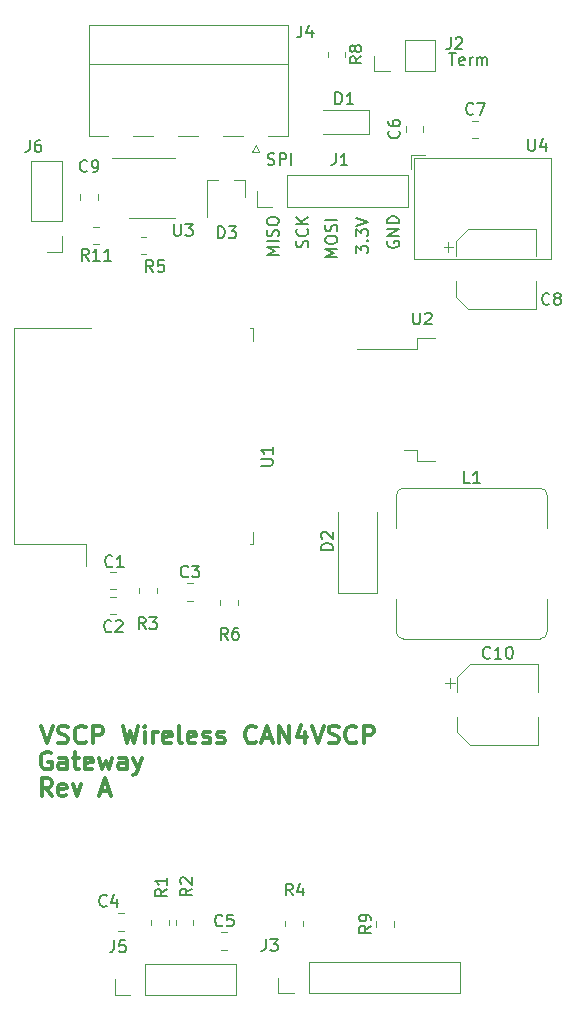
<source format=gbr>
%TF.GenerationSoftware,KiCad,Pcbnew,6.0.2+dfsg-1*%
%TF.CreationDate,2022-09-01T21:00:32+02:00*%
%TF.ProjectId,vscp-din-esp32-can-z102,76736370-2d64-4696-9e2d-65737033322d,rev?*%
%TF.SameCoordinates,Original*%
%TF.FileFunction,Legend,Top*%
%TF.FilePolarity,Positive*%
%FSLAX46Y46*%
G04 Gerber Fmt 4.6, Leading zero omitted, Abs format (unit mm)*
G04 Created by KiCad (PCBNEW 6.0.2+dfsg-1) date 2022-09-01 21:00:32*
%MOMM*%
%LPD*%
G01*
G04 APERTURE LIST*
%ADD10C,0.200000*%
%ADD11C,0.300000*%
%ADD12C,0.150000*%
%ADD13C,0.120000*%
G04 APERTURE END LIST*
D10*
X152150000Y-85511904D02*
X152102380Y-85607142D01*
X152102380Y-85750000D01*
X152150000Y-85892857D01*
X152245238Y-85988095D01*
X152340476Y-86035714D01*
X152530952Y-86083333D01*
X152673809Y-86083333D01*
X152864285Y-86035714D01*
X152959523Y-85988095D01*
X153054761Y-85892857D01*
X153102380Y-85750000D01*
X153102380Y-85654761D01*
X153054761Y-85511904D01*
X153007142Y-85464285D01*
X152673809Y-85464285D01*
X152673809Y-85654761D01*
X153102380Y-85035714D02*
X152102380Y-85035714D01*
X153102380Y-84464285D01*
X152102380Y-84464285D01*
X153102380Y-83988095D02*
X152102380Y-83988095D01*
X152102380Y-83750000D01*
X152150000Y-83607142D01*
X152245238Y-83511904D01*
X152340476Y-83464285D01*
X152530952Y-83416666D01*
X152673809Y-83416666D01*
X152864285Y-83464285D01*
X152959523Y-83511904D01*
X153054761Y-83607142D01*
X153102380Y-83750000D01*
X153102380Y-83988095D01*
X149452380Y-86526190D02*
X149452380Y-85907142D01*
X149833333Y-86240476D01*
X149833333Y-86097619D01*
X149880952Y-86002380D01*
X149928571Y-85954761D01*
X150023809Y-85907142D01*
X150261904Y-85907142D01*
X150357142Y-85954761D01*
X150404761Y-86002380D01*
X150452380Y-86097619D01*
X150452380Y-86383333D01*
X150404761Y-86478571D01*
X150357142Y-86526190D01*
X150357142Y-85478571D02*
X150404761Y-85430952D01*
X150452380Y-85478571D01*
X150404761Y-85526190D01*
X150357142Y-85478571D01*
X150452380Y-85478571D01*
X149452380Y-85097619D02*
X149452380Y-84478571D01*
X149833333Y-84811904D01*
X149833333Y-84669047D01*
X149880952Y-84573809D01*
X149928571Y-84526190D01*
X150023809Y-84478571D01*
X150261904Y-84478571D01*
X150357142Y-84526190D01*
X150404761Y-84573809D01*
X150452380Y-84669047D01*
X150452380Y-84954761D01*
X150404761Y-85050000D01*
X150357142Y-85097619D01*
X149452380Y-84192857D02*
X150452380Y-83859523D01*
X149452380Y-83526190D01*
X147852380Y-86821428D02*
X146852380Y-86821428D01*
X147566666Y-86488095D01*
X146852380Y-86154761D01*
X147852380Y-86154761D01*
X146852380Y-85488095D02*
X146852380Y-85297619D01*
X146900000Y-85202380D01*
X146995238Y-85107142D01*
X147185714Y-85059523D01*
X147519047Y-85059523D01*
X147709523Y-85107142D01*
X147804761Y-85202380D01*
X147852380Y-85297619D01*
X147852380Y-85488095D01*
X147804761Y-85583333D01*
X147709523Y-85678571D01*
X147519047Y-85726190D01*
X147185714Y-85726190D01*
X146995238Y-85678571D01*
X146900000Y-85583333D01*
X146852380Y-85488095D01*
X147804761Y-84678571D02*
X147852380Y-84535714D01*
X147852380Y-84297619D01*
X147804761Y-84202380D01*
X147757142Y-84154761D01*
X147661904Y-84107142D01*
X147566666Y-84107142D01*
X147471428Y-84154761D01*
X147423809Y-84202380D01*
X147376190Y-84297619D01*
X147328571Y-84488095D01*
X147280952Y-84583333D01*
X147233333Y-84630952D01*
X147138095Y-84678571D01*
X147042857Y-84678571D01*
X146947619Y-84630952D01*
X146900000Y-84583333D01*
X146852380Y-84488095D01*
X146852380Y-84250000D01*
X146900000Y-84107142D01*
X147852380Y-83678571D02*
X146852380Y-83678571D01*
X145354761Y-86035714D02*
X145402380Y-85892857D01*
X145402380Y-85654761D01*
X145354761Y-85559523D01*
X145307142Y-85511904D01*
X145211904Y-85464285D01*
X145116666Y-85464285D01*
X145021428Y-85511904D01*
X144973809Y-85559523D01*
X144926190Y-85654761D01*
X144878571Y-85845238D01*
X144830952Y-85940476D01*
X144783333Y-85988095D01*
X144688095Y-86035714D01*
X144592857Y-86035714D01*
X144497619Y-85988095D01*
X144450000Y-85940476D01*
X144402380Y-85845238D01*
X144402380Y-85607142D01*
X144450000Y-85464285D01*
X145307142Y-84464285D02*
X145354761Y-84511904D01*
X145402380Y-84654761D01*
X145402380Y-84750000D01*
X145354761Y-84892857D01*
X145259523Y-84988095D01*
X145164285Y-85035714D01*
X144973809Y-85083333D01*
X144830952Y-85083333D01*
X144640476Y-85035714D01*
X144545238Y-84988095D01*
X144450000Y-84892857D01*
X144402380Y-84750000D01*
X144402380Y-84654761D01*
X144450000Y-84511904D01*
X144497619Y-84464285D01*
X145402380Y-84035714D02*
X144402380Y-84035714D01*
X145402380Y-83464285D02*
X144830952Y-83892857D01*
X144402380Y-83464285D02*
X144973809Y-84035714D01*
X142902380Y-86671428D02*
X141902380Y-86671428D01*
X142616666Y-86338095D01*
X141902380Y-86004761D01*
X142902380Y-86004761D01*
X142902380Y-85528571D02*
X141902380Y-85528571D01*
X142854761Y-85100000D02*
X142902380Y-84957142D01*
X142902380Y-84719047D01*
X142854761Y-84623809D01*
X142807142Y-84576190D01*
X142711904Y-84528571D01*
X142616666Y-84528571D01*
X142521428Y-84576190D01*
X142473809Y-84623809D01*
X142426190Y-84719047D01*
X142378571Y-84909523D01*
X142330952Y-85004761D01*
X142283333Y-85052380D01*
X142188095Y-85100000D01*
X142092857Y-85100000D01*
X141997619Y-85052380D01*
X141950000Y-85004761D01*
X141902380Y-84909523D01*
X141902380Y-84671428D01*
X141950000Y-84528571D01*
X141902380Y-83909523D02*
X141902380Y-83719047D01*
X141950000Y-83623809D01*
X142045238Y-83528571D01*
X142235714Y-83480952D01*
X142569047Y-83480952D01*
X142759523Y-83528571D01*
X142854761Y-83623809D01*
X142902380Y-83719047D01*
X142902380Y-83909523D01*
X142854761Y-84004761D01*
X142759523Y-84100000D01*
X142569047Y-84147619D01*
X142235714Y-84147619D01*
X142045238Y-84100000D01*
X141950000Y-84004761D01*
X141902380Y-83909523D01*
X141976190Y-79004761D02*
X142119047Y-79052380D01*
X142357142Y-79052380D01*
X142452380Y-79004761D01*
X142500000Y-78957142D01*
X142547619Y-78861904D01*
X142547619Y-78766666D01*
X142500000Y-78671428D01*
X142452380Y-78623809D01*
X142357142Y-78576190D01*
X142166666Y-78528571D01*
X142071428Y-78480952D01*
X142023809Y-78433333D01*
X141976190Y-78338095D01*
X141976190Y-78242857D01*
X142023809Y-78147619D01*
X142071428Y-78100000D01*
X142166666Y-78052380D01*
X142404761Y-78052380D01*
X142547619Y-78100000D01*
X142976190Y-79052380D02*
X142976190Y-78052380D01*
X143357142Y-78052380D01*
X143452380Y-78100000D01*
X143500000Y-78147619D01*
X143547619Y-78242857D01*
X143547619Y-78385714D01*
X143500000Y-78480952D01*
X143452380Y-78528571D01*
X143357142Y-78576190D01*
X142976190Y-78576190D01*
X143976190Y-79052380D02*
X143976190Y-78052380D01*
X157309523Y-69602380D02*
X157880952Y-69602380D01*
X157595238Y-70602380D02*
X157595238Y-69602380D01*
X158595238Y-70554761D02*
X158500000Y-70602380D01*
X158309523Y-70602380D01*
X158214285Y-70554761D01*
X158166666Y-70459523D01*
X158166666Y-70078571D01*
X158214285Y-69983333D01*
X158309523Y-69935714D01*
X158500000Y-69935714D01*
X158595238Y-69983333D01*
X158642857Y-70078571D01*
X158642857Y-70173809D01*
X158166666Y-70269047D01*
X159071428Y-70602380D02*
X159071428Y-69935714D01*
X159071428Y-70126190D02*
X159119047Y-70030952D01*
X159166666Y-69983333D01*
X159261904Y-69935714D01*
X159357142Y-69935714D01*
X159690476Y-70602380D02*
X159690476Y-69935714D01*
X159690476Y-70030952D02*
X159738095Y-69983333D01*
X159833333Y-69935714D01*
X159976190Y-69935714D01*
X160071428Y-69983333D01*
X160119047Y-70078571D01*
X160119047Y-70602380D01*
X160119047Y-70078571D02*
X160166666Y-69983333D01*
X160261904Y-69935714D01*
X160404761Y-69935714D01*
X160500000Y-69983333D01*
X160547619Y-70078571D01*
X160547619Y-70602380D01*
D11*
X123685714Y-132478571D02*
X123185714Y-131764285D01*
X122828571Y-132478571D02*
X122828571Y-130978571D01*
X123400000Y-130978571D01*
X123542857Y-131050000D01*
X123614285Y-131121428D01*
X123685714Y-131264285D01*
X123685714Y-131478571D01*
X123614285Y-131621428D01*
X123542857Y-131692857D01*
X123400000Y-131764285D01*
X122828571Y-131764285D01*
X124900000Y-132407142D02*
X124757142Y-132478571D01*
X124471428Y-132478571D01*
X124328571Y-132407142D01*
X124257142Y-132264285D01*
X124257142Y-131692857D01*
X124328571Y-131550000D01*
X124471428Y-131478571D01*
X124757142Y-131478571D01*
X124900000Y-131550000D01*
X124971428Y-131692857D01*
X124971428Y-131835714D01*
X124257142Y-131978571D01*
X125471428Y-131478571D02*
X125828571Y-132478571D01*
X126185714Y-131478571D01*
X127828571Y-132050000D02*
X128542857Y-132050000D01*
X127685714Y-132478571D02*
X128185714Y-130978571D01*
X128685714Y-132478571D01*
X123607142Y-128800000D02*
X123464285Y-128728571D01*
X123250000Y-128728571D01*
X123035714Y-128800000D01*
X122892857Y-128942857D01*
X122821428Y-129085714D01*
X122750000Y-129371428D01*
X122750000Y-129585714D01*
X122821428Y-129871428D01*
X122892857Y-130014285D01*
X123035714Y-130157142D01*
X123250000Y-130228571D01*
X123392857Y-130228571D01*
X123607142Y-130157142D01*
X123678571Y-130085714D01*
X123678571Y-129585714D01*
X123392857Y-129585714D01*
X124964285Y-130228571D02*
X124964285Y-129442857D01*
X124892857Y-129300000D01*
X124750000Y-129228571D01*
X124464285Y-129228571D01*
X124321428Y-129300000D01*
X124964285Y-130157142D02*
X124821428Y-130228571D01*
X124464285Y-130228571D01*
X124321428Y-130157142D01*
X124250000Y-130014285D01*
X124250000Y-129871428D01*
X124321428Y-129728571D01*
X124464285Y-129657142D01*
X124821428Y-129657142D01*
X124964285Y-129585714D01*
X125464285Y-129228571D02*
X126035714Y-129228571D01*
X125678571Y-128728571D02*
X125678571Y-130014285D01*
X125750000Y-130157142D01*
X125892857Y-130228571D01*
X126035714Y-130228571D01*
X127107142Y-130157142D02*
X126964285Y-130228571D01*
X126678571Y-130228571D01*
X126535714Y-130157142D01*
X126464285Y-130014285D01*
X126464285Y-129442857D01*
X126535714Y-129300000D01*
X126678571Y-129228571D01*
X126964285Y-129228571D01*
X127107142Y-129300000D01*
X127178571Y-129442857D01*
X127178571Y-129585714D01*
X126464285Y-129728571D01*
X127678571Y-129228571D02*
X127964285Y-130228571D01*
X128250000Y-129514285D01*
X128535714Y-130228571D01*
X128821428Y-129228571D01*
X130035714Y-130228571D02*
X130035714Y-129442857D01*
X129964285Y-129300000D01*
X129821428Y-129228571D01*
X129535714Y-129228571D01*
X129392857Y-129300000D01*
X130035714Y-130157142D02*
X129892857Y-130228571D01*
X129535714Y-130228571D01*
X129392857Y-130157142D01*
X129321428Y-130014285D01*
X129321428Y-129871428D01*
X129392857Y-129728571D01*
X129535714Y-129657142D01*
X129892857Y-129657142D01*
X130035714Y-129585714D01*
X130607142Y-129228571D02*
X130964285Y-130228571D01*
X131321428Y-129228571D02*
X130964285Y-130228571D01*
X130821428Y-130585714D01*
X130750000Y-130657142D01*
X130607142Y-130728571D01*
X122771428Y-126528571D02*
X123271428Y-128028571D01*
X123771428Y-126528571D01*
X124200000Y-127957142D02*
X124414285Y-128028571D01*
X124771428Y-128028571D01*
X124914285Y-127957142D01*
X124985714Y-127885714D01*
X125057142Y-127742857D01*
X125057142Y-127600000D01*
X124985714Y-127457142D01*
X124914285Y-127385714D01*
X124771428Y-127314285D01*
X124485714Y-127242857D01*
X124342857Y-127171428D01*
X124271428Y-127100000D01*
X124200000Y-126957142D01*
X124200000Y-126814285D01*
X124271428Y-126671428D01*
X124342857Y-126600000D01*
X124485714Y-126528571D01*
X124842857Y-126528571D01*
X125057142Y-126600000D01*
X126557142Y-127885714D02*
X126485714Y-127957142D01*
X126271428Y-128028571D01*
X126128571Y-128028571D01*
X125914285Y-127957142D01*
X125771428Y-127814285D01*
X125700000Y-127671428D01*
X125628571Y-127385714D01*
X125628571Y-127171428D01*
X125700000Y-126885714D01*
X125771428Y-126742857D01*
X125914285Y-126600000D01*
X126128571Y-126528571D01*
X126271428Y-126528571D01*
X126485714Y-126600000D01*
X126557142Y-126671428D01*
X127200000Y-128028571D02*
X127200000Y-126528571D01*
X127771428Y-126528571D01*
X127914285Y-126600000D01*
X127985714Y-126671428D01*
X128057142Y-126814285D01*
X128057142Y-127028571D01*
X127985714Y-127171428D01*
X127914285Y-127242857D01*
X127771428Y-127314285D01*
X127200000Y-127314285D01*
X129700000Y-126528571D02*
X130057142Y-128028571D01*
X130342857Y-126957142D01*
X130628571Y-128028571D01*
X130985714Y-126528571D01*
X131557142Y-128028571D02*
X131557142Y-127028571D01*
X131557142Y-126528571D02*
X131485714Y-126600000D01*
X131557142Y-126671428D01*
X131628571Y-126600000D01*
X131557142Y-126528571D01*
X131557142Y-126671428D01*
X132271428Y-128028571D02*
X132271428Y-127028571D01*
X132271428Y-127314285D02*
X132342857Y-127171428D01*
X132414285Y-127100000D01*
X132557142Y-127028571D01*
X132700000Y-127028571D01*
X133771428Y-127957142D02*
X133628571Y-128028571D01*
X133342857Y-128028571D01*
X133200000Y-127957142D01*
X133128571Y-127814285D01*
X133128571Y-127242857D01*
X133200000Y-127100000D01*
X133342857Y-127028571D01*
X133628571Y-127028571D01*
X133771428Y-127100000D01*
X133842857Y-127242857D01*
X133842857Y-127385714D01*
X133128571Y-127528571D01*
X134700000Y-128028571D02*
X134557142Y-127957142D01*
X134485714Y-127814285D01*
X134485714Y-126528571D01*
X135842857Y-127957142D02*
X135700000Y-128028571D01*
X135414285Y-128028571D01*
X135271428Y-127957142D01*
X135200000Y-127814285D01*
X135200000Y-127242857D01*
X135271428Y-127100000D01*
X135414285Y-127028571D01*
X135700000Y-127028571D01*
X135842857Y-127100000D01*
X135914285Y-127242857D01*
X135914285Y-127385714D01*
X135200000Y-127528571D01*
X136485714Y-127957142D02*
X136628571Y-128028571D01*
X136914285Y-128028571D01*
X137057142Y-127957142D01*
X137128571Y-127814285D01*
X137128571Y-127742857D01*
X137057142Y-127600000D01*
X136914285Y-127528571D01*
X136700000Y-127528571D01*
X136557142Y-127457142D01*
X136485714Y-127314285D01*
X136485714Y-127242857D01*
X136557142Y-127100000D01*
X136700000Y-127028571D01*
X136914285Y-127028571D01*
X137057142Y-127100000D01*
X137700000Y-127957142D02*
X137842857Y-128028571D01*
X138128571Y-128028571D01*
X138271428Y-127957142D01*
X138342857Y-127814285D01*
X138342857Y-127742857D01*
X138271428Y-127600000D01*
X138128571Y-127528571D01*
X137914285Y-127528571D01*
X137771428Y-127457142D01*
X137700000Y-127314285D01*
X137700000Y-127242857D01*
X137771428Y-127100000D01*
X137914285Y-127028571D01*
X138128571Y-127028571D01*
X138271428Y-127100000D01*
X140985714Y-127885714D02*
X140914285Y-127957142D01*
X140700000Y-128028571D01*
X140557142Y-128028571D01*
X140342857Y-127957142D01*
X140200000Y-127814285D01*
X140128571Y-127671428D01*
X140057142Y-127385714D01*
X140057142Y-127171428D01*
X140128571Y-126885714D01*
X140200000Y-126742857D01*
X140342857Y-126600000D01*
X140557142Y-126528571D01*
X140700000Y-126528571D01*
X140914285Y-126600000D01*
X140985714Y-126671428D01*
X141557142Y-127600000D02*
X142271428Y-127600000D01*
X141414285Y-128028571D02*
X141914285Y-126528571D01*
X142414285Y-128028571D01*
X142914285Y-128028571D02*
X142914285Y-126528571D01*
X143771428Y-128028571D01*
X143771428Y-126528571D01*
X145128571Y-127028571D02*
X145128571Y-128028571D01*
X144771428Y-126457142D02*
X144414285Y-127528571D01*
X145342857Y-127528571D01*
X145700000Y-126528571D02*
X146200000Y-128028571D01*
X146700000Y-126528571D01*
X147128571Y-127957142D02*
X147342857Y-128028571D01*
X147700000Y-128028571D01*
X147842857Y-127957142D01*
X147914285Y-127885714D01*
X147985714Y-127742857D01*
X147985714Y-127600000D01*
X147914285Y-127457142D01*
X147842857Y-127385714D01*
X147700000Y-127314285D01*
X147414285Y-127242857D01*
X147271428Y-127171428D01*
X147200000Y-127100000D01*
X147128571Y-126957142D01*
X147128571Y-126814285D01*
X147200000Y-126671428D01*
X147271428Y-126600000D01*
X147414285Y-126528571D01*
X147771428Y-126528571D01*
X147985714Y-126600000D01*
X149485714Y-127885714D02*
X149414285Y-127957142D01*
X149200000Y-128028571D01*
X149057142Y-128028571D01*
X148842857Y-127957142D01*
X148700000Y-127814285D01*
X148628571Y-127671428D01*
X148557142Y-127385714D01*
X148557142Y-127171428D01*
X148628571Y-126885714D01*
X148700000Y-126742857D01*
X148842857Y-126600000D01*
X149057142Y-126528571D01*
X149200000Y-126528571D01*
X149414285Y-126600000D01*
X149485714Y-126671428D01*
X150128571Y-128028571D02*
X150128571Y-126528571D01*
X150700000Y-126528571D01*
X150842857Y-126600000D01*
X150914285Y-126671428D01*
X150985714Y-126814285D01*
X150985714Y-127028571D01*
X150914285Y-127171428D01*
X150842857Y-127242857D01*
X150700000Y-127314285D01*
X150128571Y-127314285D01*
D12*
%TO.C,J1*%
X147721666Y-78052380D02*
X147721666Y-78766666D01*
X147674047Y-78909523D01*
X147578809Y-79004761D01*
X147435952Y-79052380D01*
X147340714Y-79052380D01*
X148721666Y-79052380D02*
X148150238Y-79052380D01*
X148435952Y-79052380D02*
X148435952Y-78052380D01*
X148340714Y-78195238D01*
X148245476Y-78290476D01*
X148150238Y-78338095D01*
%TO.C,U1*%
X141402380Y-104511904D02*
X142211904Y-104511904D01*
X142307142Y-104464285D01*
X142354761Y-104416666D01*
X142402380Y-104321428D01*
X142402380Y-104130952D01*
X142354761Y-104035714D01*
X142307142Y-103988095D01*
X142211904Y-103940476D01*
X141402380Y-103940476D01*
X142402380Y-102940476D02*
X142402380Y-103511904D01*
X142402380Y-103226190D02*
X141402380Y-103226190D01*
X141545238Y-103321428D01*
X141640476Y-103416666D01*
X141688095Y-103511904D01*
%TO.C,C6*%
X153077142Y-76166666D02*
X153124761Y-76214285D01*
X153172380Y-76357142D01*
X153172380Y-76452380D01*
X153124761Y-76595238D01*
X153029523Y-76690476D01*
X152934285Y-76738095D01*
X152743809Y-76785714D01*
X152600952Y-76785714D01*
X152410476Y-76738095D01*
X152315238Y-76690476D01*
X152220000Y-76595238D01*
X152172380Y-76452380D01*
X152172380Y-76357142D01*
X152220000Y-76214285D01*
X152267619Y-76166666D01*
X152172380Y-75309523D02*
X152172380Y-75500000D01*
X152220000Y-75595238D01*
X152267619Y-75642857D01*
X152410476Y-75738095D01*
X152600952Y-75785714D01*
X152981904Y-75785714D01*
X153077142Y-75738095D01*
X153124761Y-75690476D01*
X153172380Y-75595238D01*
X153172380Y-75404761D01*
X153124761Y-75309523D01*
X153077142Y-75261904D01*
X152981904Y-75214285D01*
X152743809Y-75214285D01*
X152648571Y-75261904D01*
X152600952Y-75309523D01*
X152553333Y-75404761D01*
X152553333Y-75595238D01*
X152600952Y-75690476D01*
X152648571Y-75738095D01*
X152743809Y-75785714D01*
%TO.C,C7*%
X159383333Y-74707142D02*
X159335714Y-74754761D01*
X159192857Y-74802380D01*
X159097619Y-74802380D01*
X158954761Y-74754761D01*
X158859523Y-74659523D01*
X158811904Y-74564285D01*
X158764285Y-74373809D01*
X158764285Y-74230952D01*
X158811904Y-74040476D01*
X158859523Y-73945238D01*
X158954761Y-73850000D01*
X159097619Y-73802380D01*
X159192857Y-73802380D01*
X159335714Y-73850000D01*
X159383333Y-73897619D01*
X159716666Y-73802380D02*
X160383333Y-73802380D01*
X159954761Y-74802380D01*
%TO.C,R9*%
X150702380Y-143479166D02*
X150226190Y-143812500D01*
X150702380Y-144050595D02*
X149702380Y-144050595D01*
X149702380Y-143669642D01*
X149750000Y-143574404D01*
X149797619Y-143526785D01*
X149892857Y-143479166D01*
X150035714Y-143479166D01*
X150130952Y-143526785D01*
X150178571Y-143574404D01*
X150226190Y-143669642D01*
X150226190Y-144050595D01*
X150702380Y-143002976D02*
X150702380Y-142812500D01*
X150654761Y-142717261D01*
X150607142Y-142669642D01*
X150464285Y-142574404D01*
X150273809Y-142526785D01*
X149892857Y-142526785D01*
X149797619Y-142574404D01*
X149750000Y-142622023D01*
X149702380Y-142717261D01*
X149702380Y-142907738D01*
X149750000Y-143002976D01*
X149797619Y-143050595D01*
X149892857Y-143098214D01*
X150130952Y-143098214D01*
X150226190Y-143050595D01*
X150273809Y-143002976D01*
X150321428Y-142907738D01*
X150321428Y-142717261D01*
X150273809Y-142622023D01*
X150226190Y-142574404D01*
X150130952Y-142526785D01*
%TO.C,R8*%
X149902380Y-69866666D02*
X149426190Y-70200000D01*
X149902380Y-70438095D02*
X148902380Y-70438095D01*
X148902380Y-70057142D01*
X148950000Y-69961904D01*
X148997619Y-69914285D01*
X149092857Y-69866666D01*
X149235714Y-69866666D01*
X149330952Y-69914285D01*
X149378571Y-69961904D01*
X149426190Y-70057142D01*
X149426190Y-70438095D01*
X149330952Y-69295238D02*
X149283333Y-69390476D01*
X149235714Y-69438095D01*
X149140476Y-69485714D01*
X149092857Y-69485714D01*
X148997619Y-69438095D01*
X148950000Y-69390476D01*
X148902380Y-69295238D01*
X148902380Y-69104761D01*
X148950000Y-69009523D01*
X148997619Y-68961904D01*
X149092857Y-68914285D01*
X149140476Y-68914285D01*
X149235714Y-68961904D01*
X149283333Y-69009523D01*
X149330952Y-69104761D01*
X149330952Y-69295238D01*
X149378571Y-69390476D01*
X149426190Y-69438095D01*
X149521428Y-69485714D01*
X149711904Y-69485714D01*
X149807142Y-69438095D01*
X149854761Y-69390476D01*
X149902380Y-69295238D01*
X149902380Y-69104761D01*
X149854761Y-69009523D01*
X149807142Y-68961904D01*
X149711904Y-68914285D01*
X149521428Y-68914285D01*
X149426190Y-68961904D01*
X149378571Y-69009523D01*
X149330952Y-69104761D01*
%TO.C,R6*%
X138583333Y-119252380D02*
X138250000Y-118776190D01*
X138011904Y-119252380D02*
X138011904Y-118252380D01*
X138392857Y-118252380D01*
X138488095Y-118300000D01*
X138535714Y-118347619D01*
X138583333Y-118442857D01*
X138583333Y-118585714D01*
X138535714Y-118680952D01*
X138488095Y-118728571D01*
X138392857Y-118776190D01*
X138011904Y-118776190D01*
X139440476Y-118252380D02*
X139250000Y-118252380D01*
X139154761Y-118300000D01*
X139107142Y-118347619D01*
X139011904Y-118490476D01*
X138964285Y-118680952D01*
X138964285Y-119061904D01*
X139011904Y-119157142D01*
X139059523Y-119204761D01*
X139154761Y-119252380D01*
X139345238Y-119252380D01*
X139440476Y-119204761D01*
X139488095Y-119157142D01*
X139535714Y-119061904D01*
X139535714Y-118823809D01*
X139488095Y-118728571D01*
X139440476Y-118680952D01*
X139345238Y-118633333D01*
X139154761Y-118633333D01*
X139059523Y-118680952D01*
X139011904Y-118728571D01*
X138964285Y-118823809D01*
%TO.C,R5*%
X132283333Y-88102380D02*
X131950000Y-87626190D01*
X131711904Y-88102380D02*
X131711904Y-87102380D01*
X132092857Y-87102380D01*
X132188095Y-87150000D01*
X132235714Y-87197619D01*
X132283333Y-87292857D01*
X132283333Y-87435714D01*
X132235714Y-87530952D01*
X132188095Y-87578571D01*
X132092857Y-87626190D01*
X131711904Y-87626190D01*
X133188095Y-87102380D02*
X132711904Y-87102380D01*
X132664285Y-87578571D01*
X132711904Y-87530952D01*
X132807142Y-87483333D01*
X133045238Y-87483333D01*
X133140476Y-87530952D01*
X133188095Y-87578571D01*
X133235714Y-87673809D01*
X133235714Y-87911904D01*
X133188095Y-88007142D01*
X133140476Y-88054761D01*
X133045238Y-88102380D01*
X132807142Y-88102380D01*
X132711904Y-88054761D01*
X132664285Y-88007142D01*
%TO.C,R4*%
X144083333Y-140902380D02*
X143750000Y-140426190D01*
X143511904Y-140902380D02*
X143511904Y-139902380D01*
X143892857Y-139902380D01*
X143988095Y-139950000D01*
X144035714Y-139997619D01*
X144083333Y-140092857D01*
X144083333Y-140235714D01*
X144035714Y-140330952D01*
X143988095Y-140378571D01*
X143892857Y-140426190D01*
X143511904Y-140426190D01*
X144940476Y-140235714D02*
X144940476Y-140902380D01*
X144702380Y-139854761D02*
X144464285Y-140569047D01*
X145083333Y-140569047D01*
%TO.C,R3*%
X131633333Y-118352380D02*
X131300000Y-117876190D01*
X131061904Y-118352380D02*
X131061904Y-117352380D01*
X131442857Y-117352380D01*
X131538095Y-117400000D01*
X131585714Y-117447619D01*
X131633333Y-117542857D01*
X131633333Y-117685714D01*
X131585714Y-117780952D01*
X131538095Y-117828571D01*
X131442857Y-117876190D01*
X131061904Y-117876190D01*
X131966666Y-117352380D02*
X132585714Y-117352380D01*
X132252380Y-117733333D01*
X132395238Y-117733333D01*
X132490476Y-117780952D01*
X132538095Y-117828571D01*
X132585714Y-117923809D01*
X132585714Y-118161904D01*
X132538095Y-118257142D01*
X132490476Y-118304761D01*
X132395238Y-118352380D01*
X132109523Y-118352380D01*
X132014285Y-118304761D01*
X131966666Y-118257142D01*
%TO.C,R2*%
X135552380Y-140316666D02*
X135076190Y-140650000D01*
X135552380Y-140888095D02*
X134552380Y-140888095D01*
X134552380Y-140507142D01*
X134600000Y-140411904D01*
X134647619Y-140364285D01*
X134742857Y-140316666D01*
X134885714Y-140316666D01*
X134980952Y-140364285D01*
X135028571Y-140411904D01*
X135076190Y-140507142D01*
X135076190Y-140888095D01*
X134647619Y-139935714D02*
X134600000Y-139888095D01*
X134552380Y-139792857D01*
X134552380Y-139554761D01*
X134600000Y-139459523D01*
X134647619Y-139411904D01*
X134742857Y-139364285D01*
X134838095Y-139364285D01*
X134980952Y-139411904D01*
X135552380Y-139983333D01*
X135552380Y-139364285D01*
%TO.C,R1*%
X133452380Y-140366666D02*
X132976190Y-140700000D01*
X133452380Y-140938095D02*
X132452380Y-140938095D01*
X132452380Y-140557142D01*
X132500000Y-140461904D01*
X132547619Y-140414285D01*
X132642857Y-140366666D01*
X132785714Y-140366666D01*
X132880952Y-140414285D01*
X132928571Y-140461904D01*
X132976190Y-140557142D01*
X132976190Y-140938095D01*
X133452380Y-139414285D02*
X133452380Y-139985714D01*
X133452380Y-139700000D02*
X132452380Y-139700000D01*
X132595238Y-139795238D01*
X132690476Y-139890476D01*
X132738095Y-139985714D01*
%TO.C,D3*%
X137761904Y-85252380D02*
X137761904Y-84252380D01*
X138000000Y-84252380D01*
X138142857Y-84300000D01*
X138238095Y-84395238D01*
X138285714Y-84490476D01*
X138333333Y-84680952D01*
X138333333Y-84823809D01*
X138285714Y-85014285D01*
X138238095Y-85109523D01*
X138142857Y-85204761D01*
X138000000Y-85252380D01*
X137761904Y-85252380D01*
X138666666Y-84252380D02*
X139285714Y-84252380D01*
X138952380Y-84633333D01*
X139095238Y-84633333D01*
X139190476Y-84680952D01*
X139238095Y-84728571D01*
X139285714Y-84823809D01*
X139285714Y-85061904D01*
X139238095Y-85157142D01*
X139190476Y-85204761D01*
X139095238Y-85252380D01*
X138809523Y-85252380D01*
X138714285Y-85204761D01*
X138666666Y-85157142D01*
%TO.C,C9*%
X126683333Y-79557142D02*
X126635714Y-79604761D01*
X126492857Y-79652380D01*
X126397619Y-79652380D01*
X126254761Y-79604761D01*
X126159523Y-79509523D01*
X126111904Y-79414285D01*
X126064285Y-79223809D01*
X126064285Y-79080952D01*
X126111904Y-78890476D01*
X126159523Y-78795238D01*
X126254761Y-78700000D01*
X126397619Y-78652380D01*
X126492857Y-78652380D01*
X126635714Y-78700000D01*
X126683333Y-78747619D01*
X127159523Y-79652380D02*
X127350000Y-79652380D01*
X127445238Y-79604761D01*
X127492857Y-79557142D01*
X127588095Y-79414285D01*
X127635714Y-79223809D01*
X127635714Y-78842857D01*
X127588095Y-78747619D01*
X127540476Y-78700000D01*
X127445238Y-78652380D01*
X127254761Y-78652380D01*
X127159523Y-78700000D01*
X127111904Y-78747619D01*
X127064285Y-78842857D01*
X127064285Y-79080952D01*
X127111904Y-79176190D01*
X127159523Y-79223809D01*
X127254761Y-79271428D01*
X127445238Y-79271428D01*
X127540476Y-79223809D01*
X127588095Y-79176190D01*
X127635714Y-79080952D01*
%TO.C,C5*%
X138133333Y-143427142D02*
X138085714Y-143474761D01*
X137942857Y-143522380D01*
X137847619Y-143522380D01*
X137704761Y-143474761D01*
X137609523Y-143379523D01*
X137561904Y-143284285D01*
X137514285Y-143093809D01*
X137514285Y-142950952D01*
X137561904Y-142760476D01*
X137609523Y-142665238D01*
X137704761Y-142570000D01*
X137847619Y-142522380D01*
X137942857Y-142522380D01*
X138085714Y-142570000D01*
X138133333Y-142617619D01*
X139038095Y-142522380D02*
X138561904Y-142522380D01*
X138514285Y-142998571D01*
X138561904Y-142950952D01*
X138657142Y-142903333D01*
X138895238Y-142903333D01*
X138990476Y-142950952D01*
X139038095Y-142998571D01*
X139085714Y-143093809D01*
X139085714Y-143331904D01*
X139038095Y-143427142D01*
X138990476Y-143474761D01*
X138895238Y-143522380D01*
X138657142Y-143522380D01*
X138561904Y-143474761D01*
X138514285Y-143427142D01*
%TO.C,C4*%
X128333333Y-141757142D02*
X128285714Y-141804761D01*
X128142857Y-141852380D01*
X128047619Y-141852380D01*
X127904761Y-141804761D01*
X127809523Y-141709523D01*
X127761904Y-141614285D01*
X127714285Y-141423809D01*
X127714285Y-141280952D01*
X127761904Y-141090476D01*
X127809523Y-140995238D01*
X127904761Y-140900000D01*
X128047619Y-140852380D01*
X128142857Y-140852380D01*
X128285714Y-140900000D01*
X128333333Y-140947619D01*
X129190476Y-141185714D02*
X129190476Y-141852380D01*
X128952380Y-140804761D02*
X128714285Y-141519047D01*
X129333333Y-141519047D01*
%TO.C,C3*%
X135233333Y-113877142D02*
X135185714Y-113924761D01*
X135042857Y-113972380D01*
X134947619Y-113972380D01*
X134804761Y-113924761D01*
X134709523Y-113829523D01*
X134661904Y-113734285D01*
X134614285Y-113543809D01*
X134614285Y-113400952D01*
X134661904Y-113210476D01*
X134709523Y-113115238D01*
X134804761Y-113020000D01*
X134947619Y-112972380D01*
X135042857Y-112972380D01*
X135185714Y-113020000D01*
X135233333Y-113067619D01*
X135566666Y-112972380D02*
X136185714Y-112972380D01*
X135852380Y-113353333D01*
X135995238Y-113353333D01*
X136090476Y-113400952D01*
X136138095Y-113448571D01*
X136185714Y-113543809D01*
X136185714Y-113781904D01*
X136138095Y-113877142D01*
X136090476Y-113924761D01*
X135995238Y-113972380D01*
X135709523Y-113972380D01*
X135614285Y-113924761D01*
X135566666Y-113877142D01*
%TO.C,C1*%
X128833333Y-113007142D02*
X128785714Y-113054761D01*
X128642857Y-113102380D01*
X128547619Y-113102380D01*
X128404761Y-113054761D01*
X128309523Y-112959523D01*
X128261904Y-112864285D01*
X128214285Y-112673809D01*
X128214285Y-112530952D01*
X128261904Y-112340476D01*
X128309523Y-112245238D01*
X128404761Y-112150000D01*
X128547619Y-112102380D01*
X128642857Y-112102380D01*
X128785714Y-112150000D01*
X128833333Y-112197619D01*
X129785714Y-113102380D02*
X129214285Y-113102380D01*
X129500000Y-113102380D02*
X129500000Y-112102380D01*
X129404761Y-112245238D01*
X129309523Y-112340476D01*
X129214285Y-112388095D01*
%TO.C,C2*%
X128733333Y-118507142D02*
X128685714Y-118554761D01*
X128542857Y-118602380D01*
X128447619Y-118602380D01*
X128304761Y-118554761D01*
X128209523Y-118459523D01*
X128161904Y-118364285D01*
X128114285Y-118173809D01*
X128114285Y-118030952D01*
X128161904Y-117840476D01*
X128209523Y-117745238D01*
X128304761Y-117650000D01*
X128447619Y-117602380D01*
X128542857Y-117602380D01*
X128685714Y-117650000D01*
X128733333Y-117697619D01*
X129114285Y-117697619D02*
X129161904Y-117650000D01*
X129257142Y-117602380D01*
X129495238Y-117602380D01*
X129590476Y-117650000D01*
X129638095Y-117697619D01*
X129685714Y-117792857D01*
X129685714Y-117888095D01*
X129638095Y-118030952D01*
X129066666Y-118602380D01*
X129685714Y-118602380D01*
%TO.C,D2*%
X147502380Y-111638095D02*
X146502380Y-111638095D01*
X146502380Y-111400000D01*
X146550000Y-111257142D01*
X146645238Y-111161904D01*
X146740476Y-111114285D01*
X146930952Y-111066666D01*
X147073809Y-111066666D01*
X147264285Y-111114285D01*
X147359523Y-111161904D01*
X147454761Y-111257142D01*
X147502380Y-111400000D01*
X147502380Y-111638095D01*
X146597619Y-110685714D02*
X146550000Y-110638095D01*
X146502380Y-110542857D01*
X146502380Y-110304761D01*
X146550000Y-110209523D01*
X146597619Y-110161904D01*
X146692857Y-110114285D01*
X146788095Y-110114285D01*
X146930952Y-110161904D01*
X147502380Y-110733333D01*
X147502380Y-110114285D01*
%TO.C,J6*%
X121816666Y-76952380D02*
X121816666Y-77666666D01*
X121769047Y-77809523D01*
X121673809Y-77904761D01*
X121530952Y-77952380D01*
X121435714Y-77952380D01*
X122721428Y-76952380D02*
X122530952Y-76952380D01*
X122435714Y-77000000D01*
X122388095Y-77047619D01*
X122292857Y-77190476D01*
X122245238Y-77380952D01*
X122245238Y-77761904D01*
X122292857Y-77857142D01*
X122340476Y-77904761D01*
X122435714Y-77952380D01*
X122626190Y-77952380D01*
X122721428Y-77904761D01*
X122769047Y-77857142D01*
X122816666Y-77761904D01*
X122816666Y-77523809D01*
X122769047Y-77428571D01*
X122721428Y-77380952D01*
X122626190Y-77333333D01*
X122435714Y-77333333D01*
X122340476Y-77380952D01*
X122292857Y-77428571D01*
X122245238Y-77523809D01*
%TO.C,J5*%
X128966666Y-144702380D02*
X128966666Y-145416666D01*
X128919047Y-145559523D01*
X128823809Y-145654761D01*
X128680952Y-145702380D01*
X128585714Y-145702380D01*
X129919047Y-144702380D02*
X129442857Y-144702380D01*
X129395238Y-145178571D01*
X129442857Y-145130952D01*
X129538095Y-145083333D01*
X129776190Y-145083333D01*
X129871428Y-145130952D01*
X129919047Y-145178571D01*
X129966666Y-145273809D01*
X129966666Y-145511904D01*
X129919047Y-145607142D01*
X129871428Y-145654761D01*
X129776190Y-145702380D01*
X129538095Y-145702380D01*
X129442857Y-145654761D01*
X129395238Y-145607142D01*
%TO.C,C10*%
X160807142Y-120757142D02*
X160759523Y-120804761D01*
X160616666Y-120852380D01*
X160521428Y-120852380D01*
X160378571Y-120804761D01*
X160283333Y-120709523D01*
X160235714Y-120614285D01*
X160188095Y-120423809D01*
X160188095Y-120280952D01*
X160235714Y-120090476D01*
X160283333Y-119995238D01*
X160378571Y-119900000D01*
X160521428Y-119852380D01*
X160616666Y-119852380D01*
X160759523Y-119900000D01*
X160807142Y-119947619D01*
X161759523Y-120852380D02*
X161188095Y-120852380D01*
X161473809Y-120852380D02*
X161473809Y-119852380D01*
X161378571Y-119995238D01*
X161283333Y-120090476D01*
X161188095Y-120138095D01*
X162378571Y-119852380D02*
X162473809Y-119852380D01*
X162569047Y-119900000D01*
X162616666Y-119947619D01*
X162664285Y-120042857D01*
X162711904Y-120233333D01*
X162711904Y-120471428D01*
X162664285Y-120661904D01*
X162616666Y-120757142D01*
X162569047Y-120804761D01*
X162473809Y-120852380D01*
X162378571Y-120852380D01*
X162283333Y-120804761D01*
X162235714Y-120757142D01*
X162188095Y-120661904D01*
X162140476Y-120471428D01*
X162140476Y-120233333D01*
X162188095Y-120042857D01*
X162235714Y-119947619D01*
X162283333Y-119900000D01*
X162378571Y-119852380D01*
%TO.C,C8*%
X165833333Y-90807142D02*
X165785714Y-90854761D01*
X165642857Y-90902380D01*
X165547619Y-90902380D01*
X165404761Y-90854761D01*
X165309523Y-90759523D01*
X165261904Y-90664285D01*
X165214285Y-90473809D01*
X165214285Y-90330952D01*
X165261904Y-90140476D01*
X165309523Y-90045238D01*
X165404761Y-89950000D01*
X165547619Y-89902380D01*
X165642857Y-89902380D01*
X165785714Y-89950000D01*
X165833333Y-89997619D01*
X166404761Y-90330952D02*
X166309523Y-90283333D01*
X166261904Y-90235714D01*
X166214285Y-90140476D01*
X166214285Y-90092857D01*
X166261904Y-89997619D01*
X166309523Y-89950000D01*
X166404761Y-89902380D01*
X166595238Y-89902380D01*
X166690476Y-89950000D01*
X166738095Y-89997619D01*
X166785714Y-90092857D01*
X166785714Y-90140476D01*
X166738095Y-90235714D01*
X166690476Y-90283333D01*
X166595238Y-90330952D01*
X166404761Y-90330952D01*
X166309523Y-90378571D01*
X166261904Y-90426190D01*
X166214285Y-90521428D01*
X166214285Y-90711904D01*
X166261904Y-90807142D01*
X166309523Y-90854761D01*
X166404761Y-90902380D01*
X166595238Y-90902380D01*
X166690476Y-90854761D01*
X166738095Y-90807142D01*
X166785714Y-90711904D01*
X166785714Y-90521428D01*
X166738095Y-90426190D01*
X166690476Y-90378571D01*
X166595238Y-90330952D01*
%TO.C,U2*%
X154288095Y-91552380D02*
X154288095Y-92361904D01*
X154335714Y-92457142D01*
X154383333Y-92504761D01*
X154478571Y-92552380D01*
X154669047Y-92552380D01*
X154764285Y-92504761D01*
X154811904Y-92457142D01*
X154859523Y-92361904D01*
X154859523Y-91552380D01*
X155288095Y-91647619D02*
X155335714Y-91600000D01*
X155430952Y-91552380D01*
X155669047Y-91552380D01*
X155764285Y-91600000D01*
X155811904Y-91647619D01*
X155859523Y-91742857D01*
X155859523Y-91838095D01*
X155811904Y-91980952D01*
X155240476Y-92552380D01*
X155859523Y-92552380D01*
%TO.C,L1*%
X159083333Y-106002380D02*
X158607142Y-106002380D01*
X158607142Y-105002380D01*
X159940476Y-106002380D02*
X159369047Y-106002380D01*
X159654761Y-106002380D02*
X159654761Y-105002380D01*
X159559523Y-105145238D01*
X159464285Y-105240476D01*
X159369047Y-105288095D01*
%TO.C,D1*%
X147711904Y-73902380D02*
X147711904Y-72902380D01*
X147950000Y-72902380D01*
X148092857Y-72950000D01*
X148188095Y-73045238D01*
X148235714Y-73140476D01*
X148283333Y-73330952D01*
X148283333Y-73473809D01*
X148235714Y-73664285D01*
X148188095Y-73759523D01*
X148092857Y-73854761D01*
X147950000Y-73902380D01*
X147711904Y-73902380D01*
X149235714Y-73902380D02*
X148664285Y-73902380D01*
X148950000Y-73902380D02*
X148950000Y-72902380D01*
X148854761Y-73045238D01*
X148759523Y-73140476D01*
X148664285Y-73188095D01*
%TO.C,U4*%
X164038095Y-76852380D02*
X164038095Y-77661904D01*
X164085714Y-77757142D01*
X164133333Y-77804761D01*
X164228571Y-77852380D01*
X164419047Y-77852380D01*
X164514285Y-77804761D01*
X164561904Y-77757142D01*
X164609523Y-77661904D01*
X164609523Y-76852380D01*
X165514285Y-77185714D02*
X165514285Y-77852380D01*
X165276190Y-76804761D02*
X165038095Y-77519047D01*
X165657142Y-77519047D01*
%TO.C,U3*%
X134038095Y-84052380D02*
X134038095Y-84861904D01*
X134085714Y-84957142D01*
X134133333Y-85004761D01*
X134228571Y-85052380D01*
X134419047Y-85052380D01*
X134514285Y-85004761D01*
X134561904Y-84957142D01*
X134609523Y-84861904D01*
X134609523Y-84052380D01*
X134990476Y-84052380D02*
X135609523Y-84052380D01*
X135276190Y-84433333D01*
X135419047Y-84433333D01*
X135514285Y-84480952D01*
X135561904Y-84528571D01*
X135609523Y-84623809D01*
X135609523Y-84861904D01*
X135561904Y-84957142D01*
X135514285Y-85004761D01*
X135419047Y-85052380D01*
X135133333Y-85052380D01*
X135038095Y-85004761D01*
X134990476Y-84957142D01*
%TO.C,R11*%
X126807142Y-87152380D02*
X126473809Y-86676190D01*
X126235714Y-87152380D02*
X126235714Y-86152380D01*
X126616666Y-86152380D01*
X126711904Y-86200000D01*
X126759523Y-86247619D01*
X126807142Y-86342857D01*
X126807142Y-86485714D01*
X126759523Y-86580952D01*
X126711904Y-86628571D01*
X126616666Y-86676190D01*
X126235714Y-86676190D01*
X127759523Y-87152380D02*
X127188095Y-87152380D01*
X127473809Y-87152380D02*
X127473809Y-86152380D01*
X127378571Y-86295238D01*
X127283333Y-86390476D01*
X127188095Y-86438095D01*
X128711904Y-87152380D02*
X128140476Y-87152380D01*
X128426190Y-87152380D02*
X128426190Y-86152380D01*
X128330952Y-86295238D01*
X128235714Y-86390476D01*
X128140476Y-86438095D01*
%TO.C,J4*%
X144816666Y-67252380D02*
X144816666Y-67966666D01*
X144769047Y-68109523D01*
X144673809Y-68204761D01*
X144530952Y-68252380D01*
X144435714Y-68252380D01*
X145721428Y-67585714D02*
X145721428Y-68252380D01*
X145483333Y-67204761D02*
X145245238Y-67919047D01*
X145864285Y-67919047D01*
%TO.C,J3*%
X141816666Y-144602380D02*
X141816666Y-145316666D01*
X141769047Y-145459523D01*
X141673809Y-145554761D01*
X141530952Y-145602380D01*
X141435714Y-145602380D01*
X142197619Y-144602380D02*
X142816666Y-144602380D01*
X142483333Y-144983333D01*
X142626190Y-144983333D01*
X142721428Y-145030952D01*
X142769047Y-145078571D01*
X142816666Y-145173809D01*
X142816666Y-145411904D01*
X142769047Y-145507142D01*
X142721428Y-145554761D01*
X142626190Y-145602380D01*
X142340476Y-145602380D01*
X142245238Y-145554761D01*
X142197619Y-145507142D01*
%TO.C,J2*%
X157466666Y-68252380D02*
X157466666Y-68966666D01*
X157419047Y-69109523D01*
X157323809Y-69204761D01*
X157180952Y-69252380D01*
X157085714Y-69252380D01*
X157895238Y-68347619D02*
X157942857Y-68300000D01*
X158038095Y-68252380D01*
X158276190Y-68252380D01*
X158371428Y-68300000D01*
X158419047Y-68347619D01*
X158466666Y-68442857D01*
X158466666Y-68538095D01*
X158419047Y-68680952D01*
X157847619Y-69252380D01*
X158466666Y-69252380D01*
D13*
%TO.C,J1*%
X143645000Y-79920000D02*
X153865000Y-79920000D01*
X141045000Y-82580000D02*
X141045000Y-81250000D01*
X143645000Y-82580000D02*
X153865000Y-82580000D01*
X153865000Y-82580000D02*
X153865000Y-79920000D01*
X143645000Y-82580000D02*
X143645000Y-79920000D01*
X142375000Y-82580000D02*
X141045000Y-82580000D01*
%TO.C,U1*%
X120530000Y-111120000D02*
X120530000Y-92880000D01*
X140450000Y-92880000D02*
X140750000Y-92880000D01*
X140770000Y-111120000D02*
X140770000Y-110100000D01*
X140770000Y-94000000D02*
X140770000Y-92880000D01*
X120530000Y-111120000D02*
X126550000Y-111120000D01*
X120530000Y-92880000D02*
X127050000Y-92880000D01*
X140450000Y-111120000D02*
X140770000Y-111120000D01*
X126550000Y-111120000D02*
X126550000Y-113000000D01*
%TO.C,C6*%
X153665000Y-76261252D02*
X153665000Y-75738748D01*
X155135000Y-76261252D02*
X155135000Y-75738748D01*
%TO.C,C7*%
X159811252Y-76785000D02*
X159288748Y-76785000D01*
X159811252Y-75315000D02*
X159288748Y-75315000D01*
%TO.C,R9*%
X151165000Y-143539564D02*
X151165000Y-143085436D01*
X152635000Y-143539564D02*
X152635000Y-143085436D01*
%TO.C,R8*%
X148535000Y-69472936D02*
X148535000Y-69927064D01*
X147065000Y-69472936D02*
X147065000Y-69927064D01*
%TO.C,R6*%
X137965000Y-116327064D02*
X137965000Y-115872936D01*
X139435000Y-116327064D02*
X139435000Y-115872936D01*
%TO.C,R5*%
X131222936Y-85115000D02*
X131677064Y-85115000D01*
X131222936Y-86585000D02*
X131677064Y-86585000D01*
%TO.C,R4*%
X143465000Y-143527064D02*
X143465000Y-143072936D01*
X144935000Y-143527064D02*
X144935000Y-143072936D01*
%TO.C,R3*%
X131115000Y-115327064D02*
X131115000Y-114872936D01*
X132585000Y-115327064D02*
X132585000Y-114872936D01*
%TO.C,R2*%
X134215000Y-142972936D02*
X134215000Y-143427064D01*
X135685000Y-142972936D02*
X135685000Y-143427064D01*
%TO.C,R1*%
X133585000Y-142972936D02*
X133585000Y-143427064D01*
X132115000Y-142972936D02*
X132115000Y-143427064D01*
%TO.C,D3*%
X136870000Y-80290000D02*
X136870000Y-83450000D01*
X140030000Y-80290000D02*
X140030000Y-81750000D01*
X140030000Y-80290000D02*
X139100000Y-80290000D01*
X136870000Y-80290000D02*
X137800000Y-80290000D01*
%TO.C,C9*%
X126115000Y-82061252D02*
X126115000Y-81538748D01*
X127585000Y-82061252D02*
X127585000Y-81538748D01*
%TO.C,C5*%
X138038748Y-144015000D02*
X138561252Y-144015000D01*
X138038748Y-145485000D02*
X138561252Y-145485000D01*
%TO.C,C4*%
X129811252Y-143885000D02*
X129288748Y-143885000D01*
X129811252Y-142415000D02*
X129288748Y-142415000D01*
%TO.C,C3*%
X135138748Y-114465000D02*
X135661252Y-114465000D01*
X135138748Y-115935000D02*
X135661252Y-115935000D01*
%TO.C,C1*%
X128638748Y-113515000D02*
X129161252Y-113515000D01*
X128638748Y-114985000D02*
X129161252Y-114985000D01*
%TO.C,C2*%
X128638748Y-115615000D02*
X129161252Y-115615000D01*
X128638748Y-117085000D02*
X129161252Y-117085000D01*
%TO.C,D2*%
X151200000Y-115300000D02*
X151200000Y-108400000D01*
X147900000Y-115300000D02*
X151200000Y-115300000D01*
X147900000Y-115300000D02*
X147900000Y-108400000D01*
%TO.C,J6*%
X124580000Y-78690000D02*
X121920000Y-78690000D01*
X124580000Y-83830000D02*
X124580000Y-78690000D01*
X124580000Y-85100000D02*
X124580000Y-86430000D01*
X121920000Y-83830000D02*
X121920000Y-78690000D01*
X124580000Y-86430000D02*
X123250000Y-86430000D01*
X124580000Y-83830000D02*
X121920000Y-83830000D01*
%TO.C,J5*%
X131620000Y-146670000D02*
X139300000Y-146670000D01*
X130350000Y-149330000D02*
X129020000Y-149330000D01*
X139300000Y-149330000D02*
X139300000Y-146670000D01*
X131620000Y-149330000D02*
X131620000Y-146670000D01*
X129020000Y-149330000D02*
X129020000Y-148000000D01*
X131620000Y-149330000D02*
X139300000Y-149330000D01*
%TO.C,C10*%
X158040000Y-122404437D02*
X158040000Y-123690000D01*
X164860000Y-128160000D02*
X164860000Y-125810000D01*
X157406250Y-122508750D02*
X157406250Y-123296250D01*
X159104437Y-128160000D02*
X164860000Y-128160000D01*
X164860000Y-121340000D02*
X164860000Y-123690000D01*
X158040000Y-122404437D02*
X159104437Y-121340000D01*
X158040000Y-127095563D02*
X159104437Y-128160000D01*
X159104437Y-121340000D02*
X164860000Y-121340000D01*
X158040000Y-127095563D02*
X158040000Y-125810000D01*
X157012500Y-122902500D02*
X157800000Y-122902500D01*
%TO.C,C8*%
X157890000Y-85504437D02*
X157890000Y-86790000D01*
X164710000Y-91260000D02*
X164710000Y-88910000D01*
X157256250Y-85608750D02*
X157256250Y-86396250D01*
X158954437Y-91260000D02*
X164710000Y-91260000D01*
X164710000Y-84440000D02*
X164710000Y-86790000D01*
X157890000Y-85504437D02*
X158954437Y-84440000D01*
X157890000Y-90195563D02*
X158954437Y-91260000D01*
X158954437Y-84440000D02*
X164710000Y-84440000D01*
X157890000Y-90195563D02*
X157890000Y-88910000D01*
X156862500Y-86002500D02*
X157650000Y-86002500D01*
%TO.C,U2*%
X156150000Y-104100000D02*
X154650000Y-104100000D01*
X154650000Y-104100000D02*
X154650000Y-103150000D01*
X154650000Y-93700000D02*
X154650000Y-94650000D01*
X154650000Y-94650000D02*
X149525000Y-94650000D01*
X156150000Y-93700000D02*
X154650000Y-93700000D01*
X154650000Y-103150000D02*
X153550000Y-103150000D01*
%TO.C,L1*%
X152850000Y-107050000D02*
X152850000Y-109800000D01*
X165650000Y-115800000D02*
X165650000Y-118550000D01*
X153500000Y-106400000D02*
X165000000Y-106400000D01*
X152850000Y-115800000D02*
X152850000Y-118550000D01*
X165650000Y-107050000D02*
X165650000Y-109800000D01*
X165000000Y-119200000D02*
X153500000Y-119200000D01*
X165000000Y-119200000D02*
G75*
G03*
X165650000Y-118550000I-1J650001D01*
G01*
X165650000Y-107050000D02*
G75*
G03*
X165000000Y-106400000I-650001J-1D01*
G01*
X153500000Y-106400000D02*
G75*
G03*
X152850000Y-107050000I1J-650001D01*
G01*
X152850000Y-118550000D02*
G75*
G03*
X153500000Y-119200000I650001J1D01*
G01*
%TO.C,D1*%
X150550000Y-76400000D02*
X146650000Y-76400000D01*
X150550000Y-76400000D02*
X150550000Y-74400000D01*
X150550000Y-74400000D02*
X146650000Y-74400000D01*
%TO.C,U4*%
X154332500Y-78432500D02*
X165952500Y-78432500D01*
X154092500Y-79432500D02*
X154092500Y-78192500D01*
X165952500Y-78432500D02*
X165952500Y-87052500D01*
X154332500Y-78432500D02*
X154332500Y-87052500D01*
X154332500Y-87052500D02*
X165952500Y-87052500D01*
X154092500Y-78192500D02*
X155332500Y-78192500D01*
%TO.C,U3*%
X132200000Y-78440000D02*
X134150000Y-78440000D01*
X132200000Y-83560000D02*
X134150000Y-83560000D01*
X132200000Y-78440000D02*
X128750000Y-78440000D01*
X132200000Y-83560000D02*
X130250000Y-83560000D01*
%TO.C,R11*%
X127677064Y-85785000D02*
X127222936Y-85785000D01*
X127677064Y-84315000D02*
X127222936Y-84315000D01*
%TO.C,J4*%
X140960000Y-77332500D02*
X141260000Y-77932500D01*
X132290000Y-76642500D02*
X130580000Y-76642500D01*
X136100000Y-76642500D02*
X134390000Y-76642500D01*
X126820000Y-76642500D02*
X128480000Y-76642500D01*
X139910000Y-76642500D02*
X138200000Y-76642500D01*
X140660000Y-77932500D02*
X140960000Y-77332500D01*
X143670000Y-76642500D02*
X142010000Y-76642500D01*
X141260000Y-77932500D02*
X140660000Y-77932500D01*
X126820000Y-67222500D02*
X126820000Y-76642500D01*
X143670000Y-70532500D02*
X126820000Y-70532500D01*
X143670000Y-67222500D02*
X126820000Y-67222500D01*
X143670000Y-76642500D02*
X143670000Y-67222500D01*
%TO.C,J3*%
X145470000Y-149180000D02*
X158230000Y-149180000D01*
X144200000Y-149180000D02*
X142870000Y-149180000D01*
X142870000Y-149180000D02*
X142870000Y-147850000D01*
X145470000Y-149180000D02*
X145470000Y-146520000D01*
X158230000Y-149180000D02*
X158230000Y-146520000D01*
X145470000Y-146520000D02*
X158230000Y-146520000D01*
%TO.C,J2*%
X152310000Y-71130000D02*
X150980000Y-71130000D01*
X156180000Y-71130000D02*
X156180000Y-68470000D01*
X153580000Y-71130000D02*
X156180000Y-71130000D01*
X153580000Y-71130000D02*
X153580000Y-68470000D01*
X150980000Y-71130000D02*
X150980000Y-69800000D01*
X153580000Y-68470000D02*
X156180000Y-68470000D01*
%TD*%
M02*

</source>
